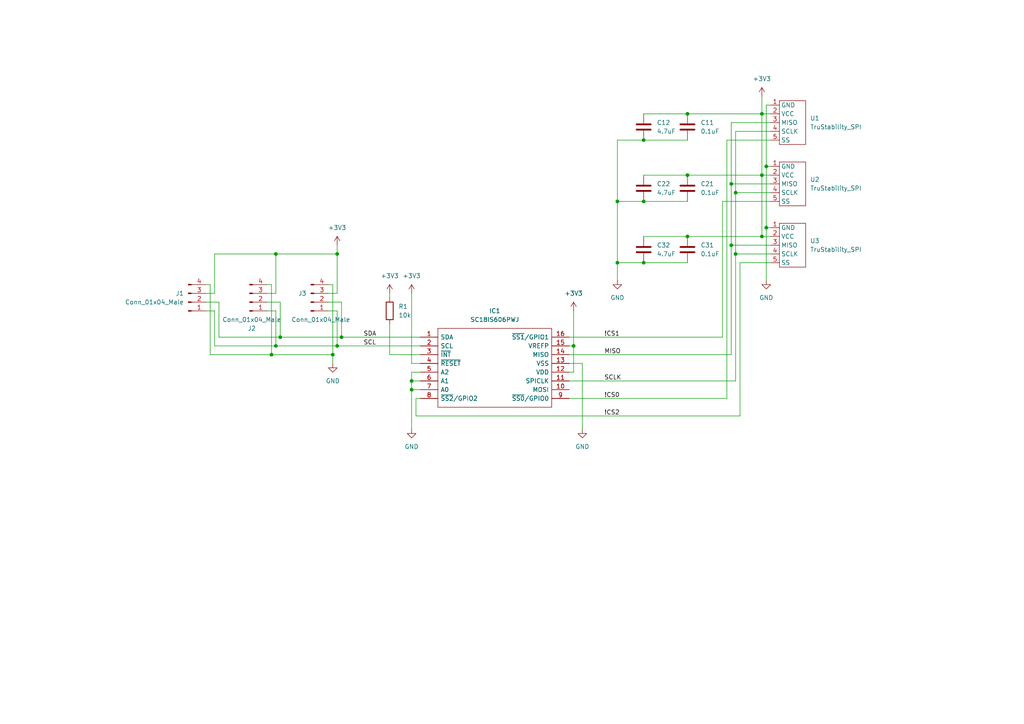
<source format=kicad_sch>
(kicad_sch (version 20211123) (generator eeschema)
  (paper "A4")
  (lib_symbols
    (symbol "Connector:Conn_01x04_Male" (pin_names (offset 1.016) hide)
      (property "Reference" "J" (at 0 5.08 0))
      (property "Value" "Conn_01x04_Male" (at 0 -7.62 0))
      (symbol "Conn_01x04_Male_1_1"
        (polyline (pts (xy 1.27 -5.08) (xy 0.8636 -5.08)) (stroke (width 0.1524)))
        (polyline (pts (xy 1.27 -2.54) (xy 0.8636 -2.54)) (stroke (width 0.1524)))
        (polyline (pts (xy 1.27 0) (xy 0.8636 0)) (stroke (width 0.1524)))
        (polyline (pts (xy 1.27 2.54) (xy 0.8636 2.54)) (stroke (width 0.1524)))
        (rectangle (start 0.8636 -4.953) (end 0 -5.207) (stroke (width 0.1524)) (fill (type outline)))
        (rectangle (start 0.8636 -2.413) (end 0 -2.667) (stroke (width 0.1524)) (fill (type outline)))
        (rectangle (start 0.8636 0.127) (end 0 -0.127) (stroke (width 0.1524)) (fill (type outline)))
        (rectangle (start 0.8636 2.667) (end 0 2.413) (stroke (width 0.1524)) (fill (type outline)))
        (pin passive line (at 5.08 2.54 180) (length 3.81) (name "Pin_1") (number "1"))
        (pin passive line (at 5.08 0 180) (length 3.81) (name "Pin_2") (number "2"))
        (pin passive line (at 5.08 -2.54 180) (length 3.81) (name "Pin_3") (number "3"))
        (pin passive line (at 5.08 -5.08 180) (length 3.81) (name "Pin_4") (number "4"))
      )
    )
    (symbol "Device:C" (pin_numbers hide) (pin_names (offset 0.254))
      (property "Reference" "C" (at 0.635 2.54 0))
      (property "Value" "C" (at 0.635 -2.54 0))
      (symbol "C_0_1"
        (polyline (pts (xy -2.032 -0.762) (xy 2.032 -0.762)) (stroke (width 0.508)))
        (polyline (pts (xy -2.032 0.762) (xy 2.032 0.762)) (stroke (width 0.508)))
      )
      (symbol "C_1_1"
        (pin passive line (at 0 3.81 270) (length 2.794) (name "~") (number "1"))
        (pin passive line (at 0 -3.81 90) (length 2.794) (name "~") (number "2"))
      )
    )
    (symbol "Device:R" (pin_numbers hide) (pin_names (offset 0))
      (property "Reference" "R" (at 2.032 0 90))
      (property "Value" "R" (at 0 0 90))
      (symbol "R_0_1"
        (rectangle (start -1.016 -2.54) (end 1.016 2.54) (stroke (width 0.254)))
      )
      (symbol "R_1_1"
        (pin passive line (at 0 3.81 270) (length 1.27) (name "~") (number "1"))
        (pin passive line (at 0 -3.81 90) (length 1.27) (name "~") (number "2"))
      )
    )
    (symbol "airball-hardware:SC18IS606PWJ" (pin_names (offset 0.762))
      (property "Reference" "IC" (at 39.37 7.62 0))
      (property "Value" "SC18IS606PWJ" (at 39.37 5.08 0))
      (symbol "SC18IS606PWJ_0_0"
        (pin passive line (at 0 0 0) (length 5.08) (name "SDA") (number "1"))
        (pin passive line (at 43.18 -15.24 180) (length 5.08) (name "MOSI") (number "10"))
        (pin passive line (at 43.18 -12.7 180) (length 5.08) (name "SPICLK") (number "11"))
        (pin passive line (at 43.18 -10.16 180) (length 5.08) (name "VDD") (number "12"))
        (pin passive line (at 43.18 -7.62 180) (length 5.08) (name "VSS") (number "13"))
        (pin passive line (at 43.18 -5.08 180) (length 5.08) (name "MISO") (number "14"))
        (pin passive line (at 43.18 -2.54 180) (length 5.08) (name "VREFP") (number "15"))
        (pin passive line (at 43.18 0 180) (length 5.08) (name "~{SS1}/GPIO1") (number "16"))
        (pin passive line (at 0 -2.54 0) (length 5.08) (name "SCL") (number "2"))
        (pin passive line (at 0 -5.08 0) (length 5.08) (name "~{INT}") (number "3"))
        (pin passive line (at 0 -7.62 0) (length 5.08) (name "~{RESET}") (number "4"))
        (pin passive line (at 0 -10.16 0) (length 5.08) (name "A2") (number "5"))
        (pin passive line (at 0 -12.7 0) (length 5.08) (name "A1") (number "6"))
        (pin passive line (at 0 -15.24 0) (length 5.08) (name "A0") (number "7"))
        (pin passive line (at 0 -17.78 0) (length 5.08) (name "~{SS2}/GPIO2") (number "8"))
        (pin passive line (at 43.18 -17.78 180) (length 5.08) (name "~{SS0}/GPIO0") (number "9"))
      )
      (symbol "SC18IS606PWJ_0_1"
        (polyline (pts (xy 5.08 2.54) (xy 38.1 2.54) (xy 38.1 -20.32) (xy 5.08 -20.32) (xy 5.08 2.54)) (stroke (width 0.1524)))
      )
    )
    (symbol "airball-hardware:TruStability_SPI"
      (property "Reference" "U" (at 0 2.54 0))
      (property "Value" "TruStability_SPI" (at 0 -12.7 0))
      (symbol "TruStability_SPI_0_1"
        (rectangle (start -3.81 1.27) (end 3.81 -11.43))
      )
      (symbol "TruStability_SPI_1_1"
        (pin input line (at -6.35 0 0) (length 2.54) (name "GND") (number "1"))
        (pin input line (at -6.35 -2.54 0) (length 2.54) (name "VCC") (number "2"))
        (pin input line (at -6.35 -5.08 0) (length 2.54) (name "MISO") (number "3"))
        (pin input line (at -6.35 -7.62 0) (length 2.54) (name "SCLK") (number "4"))
        (pin input line (at -6.35 -10.16 0) (length 2.54) (name "SS") (number "5"))
      )
    )
    (symbol "power:+3V3" (power) (pin_names (offset 0))
      (property "Value" "+3V3" (at 0 3.556 0))
      (symbol "+3V3_0_1"
        (polyline (pts (xy -0.762 1.27) (xy 0 2.54)))
        (polyline (pts (xy 0 0) (xy 0 2.54)))
        (polyline (pts (xy 0 2.54) (xy 0.762 1.27)))
      )
      (symbol "+3V3_1_1"
        (pin power_in line (at 0 0 90) (length 0) hide (name "+3V3") (number "1"))
      )
    )
    (symbol "power:GND" (power) (pin_names (offset 0))
      (property "Value" "GND" (at 0 -3.81 0))
      (symbol "GND_0_1"
        (polyline (pts (xy 0 0) (xy 0 -1.27) (xy 1.27 -1.27) (xy 0 -2.54) (xy -1.27 -1.27) (xy 0 -1.27)))
      )
      (symbol "GND_1_1"
        (pin power_in line (at 0 0 270) (length 0) hide (name "GND") (number "1"))
      )
    )
  )
  (junction (at 222.25 48.26))
  (junction (at 213.36 55.88))
  (junction (at 199.39 50.8))
  (junction (at 222.25 66.04))
  (junction (at 179.07 58.42))
  (junction (at 78.74 102.87))
  (junction (at 186.69 58.42))
  (junction (at 97.79 100.33))
  (junction (at 80.01 73.66))
  (junction (at 186.69 40.64))
  (junction (at 186.69 76.2))
  (junction (at 80.01 100.33))
  (junction (at 166.37 100.33))
  (junction (at 212.09 71.12))
  (junction (at 220.98 33.02))
  (junction (at 199.39 33.02))
  (junction (at 99.06 97.79))
  (junction (at 119.38 110.49))
  (junction (at 96.52 102.87))
  (junction (at 199.39 68.58))
  (junction (at 220.98 68.58))
  (junction (at 97.79 73.66))
  (junction (at 119.38 113.03))
  (junction (at 213.36 73.66))
  (junction (at 179.07 76.2))
  (junction (at 81.28 97.79))
  (junction (at 220.98 50.8))
  (junction (at 212.09 53.34))
  (wire (pts (xy 210.82 40.64) (xy 223.52 40.64)))
  (wire (pts (xy 209.55 97.79) (xy 209.55 58.42)))
  (wire (pts (xy 119.38 113.03) (xy 121.92 113.03)))
  (wire (pts (xy 165.1 102.87) (xy 212.09 102.87)))
  (wire (pts (xy 186.69 68.58) (xy 199.39 68.58)))
  (wire (pts (xy 119.38 110.49) (xy 121.92 110.49)))
  (wire (pts (xy 119.38 107.95) (xy 119.38 110.49)))
  (wire (pts (xy 222.25 48.26) (xy 222.25 66.04)))
  (wire (pts (xy 179.07 76.2) (xy 186.69 76.2)))
  (wire (pts (xy 80.01 73.66) (xy 97.79 73.66)))
  (wire (pts (xy 212.09 35.56) (xy 223.52 35.56)))
  (wire (pts (xy 99.06 87.63) (xy 99.06 97.79)))
  (wire (pts (xy 80.01 90.17) (xy 80.01 100.33)))
  (wire (pts (xy 97.79 90.17) (xy 97.79 100.33)))
  (wire (pts (xy 212.09 53.34) (xy 212.09 35.56)))
  (wire (pts (xy 95.25 82.55) (xy 96.52 82.55)))
  (wire (pts (xy 209.55 58.42) (xy 223.52 58.42)))
  (wire (pts (xy 214.63 76.2) (xy 223.52 76.2)))
  (wire (pts (xy 220.98 33.02) (xy 223.52 33.02)))
  (wire (pts (xy 96.52 102.87) (xy 96.52 105.41)))
  (wire (pts (xy 212.09 102.87) (xy 212.09 71.12)))
  (wire (pts (xy 199.39 33.02) (xy 220.98 33.02)))
  (wire (pts (xy 179.07 58.42) (xy 186.69 58.42)))
  (wire (pts (xy 213.36 73.66) (xy 213.36 110.49)))
  (wire (pts (xy 166.37 90.17) (xy 166.37 100.33)))
  (wire (pts (xy 77.47 90.17) (xy 80.01 90.17)))
  (wire (pts (xy 63.5 97.79) (xy 81.28 97.79)))
  (wire (pts (xy 81.28 97.79) (xy 99.06 97.79)))
  (wire (pts (xy 113.03 85.09) (xy 113.03 86.36)))
  (wire (pts (xy 186.69 33.02) (xy 199.39 33.02)))
  (wire (pts (xy 213.36 55.88) (xy 223.52 55.88)))
  (wire (pts (xy 212.09 71.12) (xy 212.09 53.34)))
  (wire (pts (xy 80.01 100.33) (xy 97.79 100.33)))
  (wire (pts (xy 97.79 73.66) (xy 97.79 85.09)))
  (wire (pts (xy 77.47 85.09) (xy 80.01 85.09)))
  (wire (pts (xy 119.38 105.41) (xy 119.38 85.09)))
  (wire (pts (xy 220.98 33.02) (xy 220.98 50.8)))
  (wire (pts (xy 222.25 30.48) (xy 222.25 48.26)))
  (wire (pts (xy 77.47 82.55) (xy 78.74 82.55)))
  (wire (pts (xy 186.69 58.42) (xy 199.39 58.42)))
  (wire (pts (xy 80.01 73.66) (xy 80.01 85.09)))
  (wire (pts (xy 222.25 66.04) (xy 223.52 66.04)))
  (wire (pts (xy 165.1 107.95) (xy 166.37 107.95)))
  (wire (pts (xy 59.69 82.55) (xy 60.96 82.55)))
  (wire (pts (xy 212.09 71.12) (xy 223.52 71.12)))
  (wire (pts (xy 120.65 120.65) (xy 214.63 120.65)))
  (wire (pts (xy 95.25 87.63) (xy 99.06 87.63)))
  (wire (pts (xy 179.07 76.2) (xy 179.07 81.28)))
  (wire (pts (xy 78.74 82.55) (xy 78.74 102.87)))
  (wire (pts (xy 199.39 50.8) (xy 220.98 50.8)))
  (wire (pts (xy 119.38 110.49) (xy 119.38 113.03)))
  (wire (pts (xy 168.91 105.41) (xy 168.91 124.46)))
  (wire (pts (xy 121.92 107.95) (xy 119.38 107.95)))
  (wire (pts (xy 214.63 120.65) (xy 214.63 76.2)))
  (wire (pts (xy 113.03 102.87) (xy 113.03 93.98)))
  (wire (pts (xy 59.69 87.63) (xy 63.5 87.63)))
  (wire (pts (xy 220.98 68.58) (xy 223.52 68.58)))
  (wire (pts (xy 62.23 90.17) (xy 62.23 100.33)))
  (wire (pts (xy 166.37 100.33) (xy 166.37 107.95)))
  (wire (pts (xy 96.52 82.55) (xy 96.52 102.87)))
  (wire (pts (xy 60.96 102.87) (xy 78.74 102.87)))
  (wire (pts (xy 165.1 115.57) (xy 210.82 115.57)))
  (wire (pts (xy 121.92 105.41) (xy 119.38 105.41)))
  (wire (pts (xy 62.23 85.09) (xy 62.23 73.66)))
  (wire (pts (xy 186.69 76.2) (xy 199.39 76.2)))
  (wire (pts (xy 213.36 55.88) (xy 213.36 73.66)))
  (wire (pts (xy 165.1 97.79) (xy 209.55 97.79)))
  (wire (pts (xy 222.25 66.04) (xy 222.25 81.28)))
  (wire (pts (xy 119.38 113.03) (xy 119.38 124.46)))
  (wire (pts (xy 165.1 110.49) (xy 213.36 110.49)))
  (wire (pts (xy 165.1 105.41) (xy 168.91 105.41)))
  (wire (pts (xy 165.1 100.33) (xy 166.37 100.33)))
  (wire (pts (xy 186.69 50.8) (xy 199.39 50.8)))
  (wire (pts (xy 60.96 82.55) (xy 60.96 102.87)))
  (wire (pts (xy 77.47 87.63) (xy 81.28 87.63)))
  (wire (pts (xy 95.25 85.09) (xy 97.79 85.09)))
  (wire (pts (xy 78.74 102.87) (xy 96.52 102.87)))
  (wire (pts (xy 213.36 38.1) (xy 223.52 38.1)))
  (wire (pts (xy 121.92 102.87) (xy 113.03 102.87)))
  (wire (pts (xy 220.98 50.8) (xy 223.52 50.8)))
  (wire (pts (xy 63.5 87.63) (xy 63.5 97.79)))
  (wire (pts (xy 220.98 27.94) (xy 220.98 33.02)))
  (wire (pts (xy 212.09 53.34) (xy 223.52 53.34)))
  (wire (pts (xy 213.36 73.66) (xy 223.52 73.66)))
  (wire (pts (xy 95.25 90.17) (xy 97.79 90.17)))
  (wire (pts (xy 179.07 58.42) (xy 179.07 76.2)))
  (wire (pts (xy 81.28 87.63) (xy 81.28 97.79)))
  (wire (pts (xy 222.25 48.26) (xy 223.52 48.26)))
  (wire (pts (xy 120.65 115.57) (xy 121.92 115.57)))
  (wire (pts (xy 97.79 71.12) (xy 97.79 73.66)))
  (wire (pts (xy 213.36 38.1) (xy 213.36 55.88)))
  (wire (pts (xy 99.06 97.79) (xy 121.92 97.79)))
  (wire (pts (xy 62.23 100.33) (xy 80.01 100.33)))
  (wire (pts (xy 179.07 40.64) (xy 179.07 58.42)))
  (wire (pts (xy 62.23 73.66) (xy 80.01 73.66)))
  (wire (pts (xy 120.65 120.65) (xy 120.65 115.57)))
  (wire (pts (xy 223.52 30.48) (xy 222.25 30.48)))
  (wire (pts (xy 97.79 100.33) (xy 121.92 100.33)))
  (wire (pts (xy 59.69 85.09) (xy 62.23 85.09)))
  (wire (pts (xy 186.69 40.64) (xy 179.07 40.64)))
  (wire (pts (xy 210.82 115.57) (xy 210.82 40.64)))
  (wire (pts (xy 220.98 50.8) (xy 220.98 68.58)))
  (wire (pts (xy 186.69 40.64) (xy 199.39 40.64)))
  (wire (pts (xy 199.39 68.58) (xy 220.98 68.58)))
  (wire (pts (xy 59.69 90.17) (xy 62.23 90.17)))
  (label "SCLK" (at 175.26 110.49 0))
  (label "MISO" (at 175.26 102.87 0))
  (label "!CS1" (at 175.26 97.79 0))
  (label "SDA" (at 105.41 97.79 0))
  (label "!CS0" (at 175.26 115.57 0))
  (label "SCL" (at 105.41 100.33 0))
  (label "!CS2" (at 175.26 120.65 0))
  (symbol (lib_id "Device:C") (at 186.69 54.61 0) (unit 1)
    (property "Reference" "C22" (at 190.5 53.3399 0) (effects (justify left)))
    (property "Value" "4.7uF" (at 190.5 55.8799 0) (effects (justify left)))
    (property "Footprint" "Capacitor_SMD:C_0603_1608Metric" (effects hide))
  )
  (symbol (lib_id "power:GND") (at 222.25 81.28 0) (unit 1)
    (property "Reference" "#PWR010" (effects hide))
    (property "Value" "GND" (at 222.25 86.36 0))
  )
  (symbol (lib_id "power:+3V3") (at 97.79 71.12 0) (unit 1)
    (property "Reference" "#PWR02" (effects hide))
    (property "Value" "+3V3" (at 97.79 66.04 0))
  )
  (symbol (lib_id "airball-hardware:TruStability_SPI") (at 229.87 30.48 0) (unit 1)
    (property "Reference" "U1" (at 234.95 34.2899 0) (effects (justify left)))
    (property "Value" "TruStability_SPI" (at 234.95 36.8299 0) (effects (justify left)))
    (property "Footprint" "airball-hardware:TruStability SMT" (effects hide))
  )
  (symbol (lib_id "power:+3V3") (at 113.03 85.09 0) (unit 1)
    (property "Reference" "#PWR03" (effects hide))
    (property "Value" "+3V3" (at 113.03 80.01 0))
  )
  (symbol (lib_id "Device:C") (at 199.39 54.61 0) (unit 1)
    (property "Reference" "C21" (at 203.2 53.3399 0) (effects (justify left)))
    (property "Value" "0.1uF" (at 203.2 55.8799 0) (effects (justify left)))
    (property "Footprint" "Capacitor_SMD:C_0603_1608Metric" (effects hide))
  )
  (symbol (lib_id "power:GND") (at 168.91 124.46 0) (unit 1)
    (property "Reference" "#PWR07" (effects hide))
    (property "Value" "GND" (at 168.91 129.54 0))
  )
  (symbol (lib_id "Device:C") (at 186.69 72.39 0) (unit 1)
    (property "Reference" "C32" (at 190.5 71.1199 0) (effects (justify left)))
    (property "Value" "4.7uF" (at 190.5 73.6599 0) (effects (justify left)))
    (property "Footprint" "Capacitor_SMD:C_0603_1608Metric" (effects hide))
  )
  (symbol (lib_id "power:GND") (at 96.52 105.41 0) (unit 1)
    (property "Reference" "#PWR01" (effects hide))
    (property "Value" "GND" (at 96.52 110.49 0))
  )
  (symbol (lib_id "power:+3V3") (at 220.98 27.94 0) (unit 1)
    (property "Reference" "#PWR09" (effects hide))
    (property "Value" "+3V3" (at 220.98 22.86 0))
  )
  (symbol (lib_id "Device:C") (at 199.39 36.83 0) (unit 1)
    (property "Reference" "C11" (at 203.2 35.5599 0) (effects (justify left)))
    (property "Value" "0.1uF" (at 203.2 38.0999 0) (effects (justify left)))
    (property "Footprint" "Capacitor_SMD:C_0603_1608Metric" (effects hide))
  )
  (symbol (lib_id "airball-hardware:TruStability_SPI") (at 229.87 66.04 0) (unit 1)
    (property "Reference" "U3" (at 234.95 69.8499 0) (effects (justify left)))
    (property "Value" "TruStability_SPI" (at 234.95 72.3899 0) (effects (justify left)))
    (property "Footprint" "airball-hardware:TruStability SMT" (effects hide))
  )
  (symbol (lib_id "power:GND") (at 179.07 81.28 0) (unit 1)
    (property "Reference" "#PWR08" (effects hide))
    (property "Value" "GND" (at 179.07 86.36 0))
  )
  (symbol (lib_id "Connector:Conn_01x04_Male") (at 54.61 87.63 0) (mirror x) (unit 1)
    (property "Reference" "J1" (at 53.34 85.0899 0) (effects (justify right)))
    (property "Value" "Conn_01x04_Male" (at 53.34 87.6299 0) (effects (justify right)))
    (property "Footprint" "airball-hardware:JST_SH_BM04B-SRSS-TB_1x04-1MP_P1.00mm_Vertical" (effects hide))
  )
  (symbol (lib_id "power:+3V3") (at 119.38 85.09 0) (unit 1)
    (property "Reference" "#PWR04" (effects hide))
    (property "Value" "+3V3" (at 119.38 80.01 0))
  )
  (symbol (lib_id "power:+3V3") (at 166.37 90.17 0) (unit 1)
    (property "Reference" "#PWR06" (effects hide))
    (property "Value" "+3V3" (at 166.37 85.09 0))
  )
  (symbol (lib_id "airball-hardware:TruStability_SPI") (at 229.87 48.26 0) (unit 1)
    (property "Reference" "U2" (at 234.95 52.0699 0) (effects (justify left)))
    (property "Value" "TruStability_SPI" (at 234.95 54.6099 0) (effects (justify left)))
    (property "Footprint" "airball-hardware:TruStability SMT" (effects hide))
  )
  (symbol (lib_id "Device:C") (at 199.39 72.39 0) (unit 1)
    (property "Reference" "C31" (at 203.2 71.1199 0) (effects (justify left)))
    (property "Value" "0.1uF" (at 203.2 73.6599 0) (effects (justify left)))
    (property "Footprint" "Capacitor_SMD:C_0603_1608Metric" (effects hide))
  )
  (symbol (lib_id "Device:C") (at 186.69 36.83 0) (unit 1)
    (property "Reference" "C12" (at 190.5 35.5599 0) (effects (justify left)))
    (property "Value" "4.7uF" (at 190.5 38.0999 0) (effects (justify left)))
    (property "Footprint" "Capacitor_SMD:C_0603_1608Metric" (effects hide))
  )
  (symbol (lib_id "power:GND") (at 119.38 124.46 0) (unit 1)
    (property "Reference" "#PWR05" (effects hide))
    (property "Value" "GND" (at 119.38 129.54 0))
  )
  (symbol (lib_id "Device:R") (at 113.03 90.17 0) (unit 1)
    (property "Reference" "R1" (at 115.57 88.8999 0) (effects (justify left)))
    (property "Value" "10k" (at 115.57 91.4399 0) (effects (justify left)))
    (property "Footprint" "Resistor_SMD:R_0603_1608Metric" (effects hide))
  )
  (symbol (lib_id "airball-hardware:SC18IS606PWJ") (at 121.92 97.79 0) (unit 1)
    (property "Reference" "IC1" (at 143.51 90.17 0))
    (property "Value" "SC18IS606PWJ" (at 143.51 92.71 0))
    (property "Footprint" "airball-hardware:SOP65P640X110-16N" (effects hide))
    (property "Datasheet" "https://www.nxp.com/docs/en/data-sheet/SC18IS606.pdf" (effects hide))
    (property "Description" "Interface - Specialized I2C-bus to SPI bridge" (effects hide))
    (property "Height" "1.1" (effects hide))
    (property "Manufacturer_Name" "NXP" (effects hide))
    (property "Manufacturer_Part_Number" "SC18IS606PWJ" (effects hide))
  )
  (symbol (lib_id "Connector:Conn_01x04_Male") (at 72.39 87.63 0) (mirror x) (unit 1)
    (property "Reference" "J2" (at 73.025 95.25 0))
    (property "Value" "Conn_01x04_Male" (at 73.025 92.71 0))
    (property "Footprint" "airball-hardware:JST_SH_BM04B-SRSS-TB_1x04-1MP_P1.00mm_Vertical" (effects hide))
  )
  (symbol (lib_id "Connector:Conn_01x04_Male") (at 90.17 87.63 0) (mirror x) (unit 1)
    (property "Reference" "J3" (at 88.9 85.0899 0) (effects (justify right)))
    (property "Value" "Conn_01x04_Male" (at 101.6 92.71 0) (effects (justify right)))
    (property "Footprint" "airball-hardware:JST_SH_BM04B-SRSS-TB_1x04-1MP_P1.00mm_Vertical" (effects hide))
  )
)
</source>
